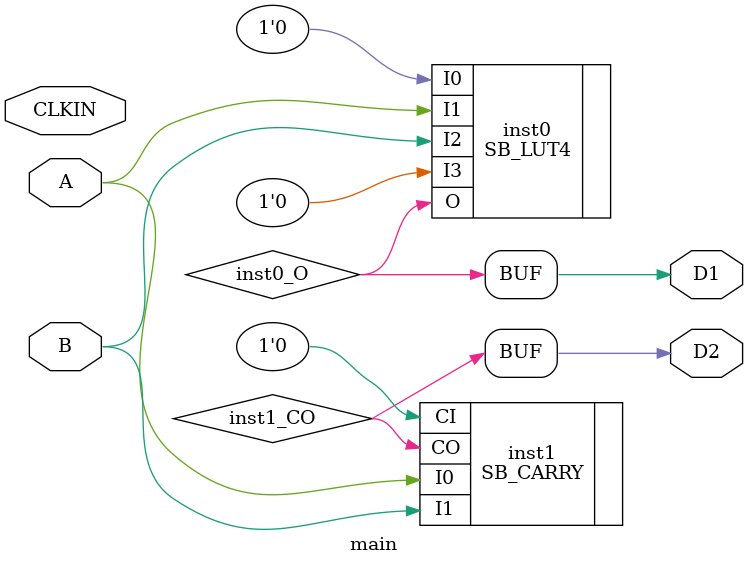
<source format=v>
module main (input  A, input  B, output  D2, output  D1, input  CLKIN);
wire  inst0_O;
wire  inst1_CO;
SB_LUT4 #(.LUT_INIT(16'hC33C)) inst0 (.I0(1'b0), .I1(A), .I2(B), .I3(1'b0), .O(inst0_O));
SB_CARRY inst1 (.I0(A), .I1(B), .CI(1'b0), .CO(inst1_CO));
assign D2 = inst1_CO;
assign D1 = inst0_O;
endmodule


</source>
